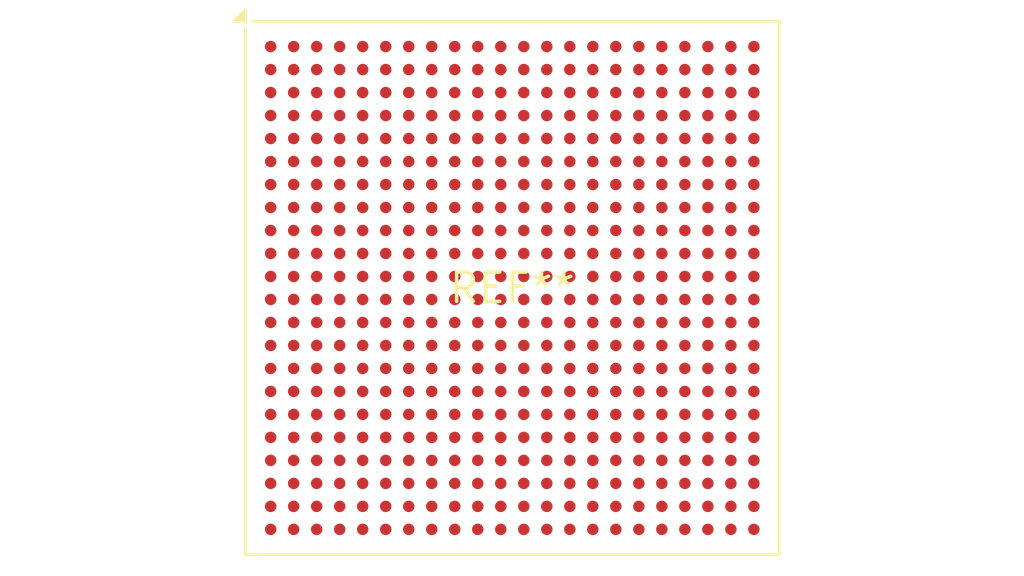
<source format=kicad_pcb>
(kicad_pcb (version 20240108) (generator pcbnew)
  (layers (0 "F.Cu" signal) (31 "B.Cu" signal) (34 "B.Paste" user) (35 "F.Paste" user) (36 "B.SilkS" user "B.Silkscreen") (37 "F.SilkS" user "F.Silkscreen") (38 "B.Mask" user) (39 "F.Mask" user) (44 "Edge.Cuts" user))
  (net 0 "")
  (footprint "BGA-484_23.0x23.0mm_Layout22x22_P1.0mm" (layer "F.Cu") (at 0 0)
    (property "Reference" "REF**")
    (property "Value" "BGA-484_23.0x23.0mm_Layout22x22_P1.0mm")
    (pad "A1" smd circle (at -10.5 -10.5) (size 0.5 0.5) (property pad_prop_bga) (layers "F.Cu" "F.Paste" "F.Mask"))
    (pad "A2" smd circle (at -9.5 -10.5) (size 0.5 0.5) (property pad_prop_bga) (layers "F.Cu" "F.Paste" "F.Mask"))
    (pad "A3" smd circle (at -8.5 -10.5) (size 0.5 0.5) (property pad_prop_bga) (layers "F.Cu" "F.Paste" "F.Mask"))
    (pad "A4" smd circle (at -7.5 -10.5) (size 0.5 0.5) (property pad_prop_bga) (layers "F.Cu" "F.Paste" "F.Mask"))
    (pad "A5" smd circle (at -6.5 -10.5) (size 0.5 0.5) (property pad_prop_bga) (layers "F.Cu" "F.Paste" "F.Mask"))
    (pad "A6" smd circle (at -5.5 -10.5) (size 0.5 0.5) (property pad_prop_bga) (layers "F.Cu" "F.Paste" "F.Mask"))
    (pad "A7" smd circle (at -4.5 -10.5) (size 0.5 0.5) (property pad_prop_bga) (layers "F.Cu" "F.Paste" "F.Mask"))
    (pad "A8" smd circle (at -3.5 -10.5) (size 0.5 0.5) (property pad_prop_bga) (layers "F.Cu" "F.Paste" "F.Mask"))
    (pad "A9" smd circle (at -2.5 -10.5) (size 0.5 0.5) (property pad_prop_bga) (layers "F.Cu" "F.Paste" "F.Mask"))
    (pad "A10" smd circle (at -1.5 -10.5) (size 0.5 0.5) (property pad_prop_bga) (layers "F.Cu" "F.Paste" "F.Mask"))
    (pad "A11" smd circle (at -0.5 -10.5) (size 0.5 0.5) (property pad_prop_bga) (layers "F.Cu" "F.Paste" "F.Mask"))
    (pad "A12" smd circle (at 0.5 -10.5) (size 0.5 0.5) (property pad_prop_bga) (layers "F.Cu" "F.Paste" "F.Mask"))
    (pad "A13" smd circle (at 1.5 -10.5) (size 0.5 0.5) (property pad_prop_bga) (layers "F.Cu" "F.Paste" "F.Mask"))
    (pad "A14" smd circle (at 2.5 -10.5) (size 0.5 0.5) (property pad_prop_bga) (layers "F.Cu" "F.Paste" "F.Mask"))
    (pad "A15" smd circle (at 3.5 -10.5) (size 0.5 0.5) (property pad_prop_bga) (layers "F.Cu" "F.Paste" "F.Mask"))
    (pad "A16" smd circle (at 4.5 -10.5) (size 0.5 0.5) (property pad_prop_bga) (layers "F.Cu" "F.Paste" "F.Mask"))
    (pad "A17" smd circle (at 5.5 -10.5) (size 0.5 0.5) (property pad_prop_bga) (layers "F.Cu" "F.Paste" "F.Mask"))
    (pad "A18" smd circle (at 6.5 -10.5) (size 0.5 0.5) (property pad_prop_bga) (layers "F.Cu" "F.Paste" "F.Mask"))
    (pad "A19" smd circle (at 7.5 -10.5) (size 0.5 0.5) (property pad_prop_bga) (layers "F.Cu" "F.Paste" "F.Mask"))
    (pad "A20" smd circle (at 8.5 -10.5) (size 0.5 0.5) (property pad_prop_bga) (layers "F.Cu" "F.Paste" "F.Mask"))
    (pad "A21" smd circle (at 9.5 -10.5) (size 0.5 0.5) (property pad_prop_bga) (layers "F.Cu" "F.Paste" "F.Mask"))
    (pad "A22" smd circle (at 10.5 -10.5) (size 0.5 0.5) (property pad_prop_bga) (layers "F.Cu" "F.Paste" "F.Mask"))
    (pad "AA1" smd circle (at -10.5 9.5) (size 0.5 0.5) (property pad_prop_bga) (layers "F.Cu" "F.Paste" "F.Mask"))
    (pad "AA2" smd circle (at -9.5 9.5) (size 0.5 0.5) (property pad_prop_bga) (layers "F.Cu" "F.Paste" "F.Mask"))
    (pad "AA3" smd circle (at -8.5 9.5) (size 0.5 0.5) (property pad_prop_bga) (layers "F.Cu" "F.Paste" "F.Mask"))
    (pad "AA4" smd circle (at -7.5 9.5) (size 0.5 0.5) (property pad_prop_bga) (layers "F.Cu" "F.Paste" "F.Mask"))
    (pad "AA5" smd circle (at -6.5 9.5) (size 0.5 0.5) (property pad_prop_bga) (layers "F.Cu" "F.Paste" "F.Mask"))
    (pad "AA6" smd circle (at -5.5 9.5) (size 0.5 0.5) (property pad_prop_bga) (layers "F.Cu" "F.Paste" "F.Mask"))
    (pad "AA7" smd circle (at -4.5 9.5) (size 0.5 0.5) (property pad_prop_bga) (layers "F.Cu" "F.Paste" "F.Mask"))
    (pad "AA8" smd circle (at -3.5 9.5) (size 0.5 0.5) (property pad_prop_bga) (layers "F.Cu" "F.Paste" "F.Mask"))
    (pad "AA9" smd circle (at -2.5 9.5) (size 0.5 0.5) (property pad_prop_bga) (layers "F.Cu" "F.Paste" "F.Mask"))
    (pad "AA10" smd circle (at -1.5 9.5) (size 0.5 0.5) (property pad_prop_bga) (layers "F.Cu" "F.Paste" "F.Mask"))
    (pad "AA11" smd circle (at -0.5 9.5) (size 0.5 0.5) (property pad_prop_bga) (layers "F.Cu" "F.Paste" "F.Mask"))
    (pad "AA12" smd circle (at 0.5 9.5) (size 0.5 0.5) (property pad_prop_bga) (layers "F.Cu" "F.Paste" "F.Mask"))
    (pad "AA13" smd circle (at 1.5 9.5) (size 0.5 0.5) (property pad_prop_bga) (layers "F.Cu" "F.Paste" "F.Mask"))
    (pad "AA14" smd circle (at 2.5 9.5) (size 0.5 0.5) (property pad_prop_bga) (layers "F.Cu" "F.Paste" "F.Mask"))
    (pad "AA15" smd circle (at 3.5 9.5) (size 0.5 0.5) (property pad_prop_bga) (layers "F.Cu" "F.Paste" "F.Mask"))
    (pad "AA16" smd circle (at 4.5 9.5) (size 0.5 0.5) (property pad_prop_bga) (layers "F.Cu" "F.Paste" "F.Mask"))
    (pad "AA17" smd circle (at 5.5 9.5) (size 0.5 0.5) (property pad_prop_bga) (layers "F.Cu" "F.Paste" "F.Mask"))
    (pad "AA18" smd circle (at 6.5 9.5) (size 0.5 0.5) (property pad_prop_bga) (layers "F.Cu" "F.Paste" "F.Mask"))
    (pad "AA19" smd circle (at 7.5 9.5) (size 0.5 0.5) (property pad_prop_bga) (layers "F.Cu" "F.Paste" "F.Mask"))
    (pad "AA20" smd circle (at 8.5 9.5) (size 0.5 0.5) (property pad_prop_bga) (layers "F.Cu" "F.Paste" "F.Mask"))
    (pad "AA21" smd circle (at 9.5 9.5) (size 0.5 0.5) (property pad_prop_bga) (layers "F.Cu" "F.Paste" "F.Mask"))
    (pad "AA22" smd circle (at 10.5 9.5) (size 0.5 0.5) (property pad_prop_bga) (layers "F.Cu" "F.Paste" "F.Mask"))
    (pad "AB1" smd circle (at -10.5 10.5) (size 0.5 0.5) (property pad_prop_bga) (layers "F.Cu" "F.Paste" "F.Mask"))
    (pad "AB2" smd circle (at -9.5 10.5) (size 0.5 0.5) (property pad_prop_bga) (layers "F.Cu" "F.Paste" "F.Mask"))
    (pad "AB3" smd circle (at -8.5 10.5) (size 0.5 0.5) (property pad_prop_bga) (layers "F.Cu" "F.Paste" "F.Mask"))
    (pad "AB4" smd circle (at -7.5 10.5) (size 0.5 0.5) (property pad_prop_bga) (layers "F.Cu" "F.Paste" "F.Mask"))
    (pad "AB5" smd circle (at -6.5 10.5) (size 0.5 0.5) (property pad_prop_bga) (layers "F.Cu" "F.Paste" "F.Mask"))
    (pad "AB6" smd circle (at -5.5 10.5) (size 0.5 0.5) (property pad_prop_bga) (layers "F.Cu" "F.Paste" "F.Mask"))
    (pad "AB7" smd circle (at -4.5 10.5) (size 0.5 0.5) (property pad_prop_bga) (layers "F.Cu" "F.Paste" "F.Mask"))
    (pad "AB8" smd circle (at -3.5 10.5) (size 0.5 0.5) (property pad_prop_bga) (layers "F.Cu" "F.Paste" "F.Mask"))
    (pad "AB9" smd circle (at -2.5 10.5) (size 0.5 0.5) (property pad_prop_bga) (layers "F.Cu" "F.Paste" "F.Mask"))
    (pad "AB10" smd circle (at -1.5 10.5) (size 0.5 0.5) (property pad_prop_bga) (layers "F.Cu" "F.Paste" "F.Mask"))
    (pad "AB11" smd circle (at -0.5 10.5) (size 0.5 0.5) (property pad_prop_bga) (layers "F.Cu" "F.Paste" "F.Mask"))
    (pad "AB12" smd circle (at 0.5 10.5) (size 0.5 0.5) (property pad_prop_bga) (layers "F.Cu" "F.Paste" "F.Mask"))
    (pad "AB13" smd circle (at 1.5 10.5) (size 0.5 0.5) (property pad_prop_bga) (layers "F.Cu" "F.Paste" "F.Mask"))
    (pad "AB14" smd circle (at 2.5 10.5) (size 0.5 0.5) (property pad_prop_bga) (layers "F.Cu" "F.Paste" "F.Mask"))
    (pad "AB15" smd circle (at 3.5 10.5) (size 0.5 0.5) (property pad_prop_bga) (layers "F.Cu" "F.Paste" "F.Mask"))
    (pad "AB16" smd circle (at 4.5 10.5) (size 0.5 0.5) (property pad_prop_bga) (layers "F.Cu" "F.Paste" "F.Mask"))
    (pad "AB17" smd circle (at 5.5 10.5) (size 0.5 0.5) (property pad_prop_bga) (layers "F.Cu" "F.Paste" "F.Mask"))
    (pad "AB18" smd circle (at 6.5 10.5) (size 0.5 0.5) (property pad_prop_bga) (layers "F.Cu" "F.Paste" "F.Mask"))
    (pad "AB19" smd circle (at 7.5 10.5) (size 0.5 0.5) (property pad_prop_bga) (layers "F.Cu" "F.Paste" "F.Mask"))
    (pad "AB20" smd circle (at 8.5 10.5) (size 0.5 0.5) (property pad_prop_bga) (layers "F.Cu" "F.Paste" "F.Mask"))
    (pad "AB21" smd circle (at 9.5 10.5) (size 0.5 0.5) (property pad_prop_bga) (layers "F.Cu" "F.Paste" "F.Mask"))
    (pad "AB22" smd circle (at 10.5 10.5) (size 0.5 0.5) (property pad_prop_bga) (layers "F.Cu" "F.Paste" "F.Mask"))
    (pad "B1" smd circle (at -10.5 -9.5) (size 0.5 0.5) (property pad_prop_bga) (layers "F.Cu" "F.Paste" "F.Mask"))
    (pad "B2" smd circle (at -9.5 -9.5) (size 0.5 0.5) (property pad_prop_bga) (layers "F.Cu" "F.Paste" "F.Mask"))
    (pad "B3" smd circle (at -8.5 -9.5) (size 0.5 0.5) (property pad_prop_bga) (layers "F.Cu" "F.Paste" "F.Mask"))
    (pad "B4" smd circle (at -7.5 -9.5) (size 0.5 0.5) (property pad_prop_bga) (layers "F.Cu" "F.Paste" "F.Mask"))
    (pad "B5" smd circle (at -6.5 -9.5) (size 0.5 0.5) (property pad_prop_bga) (layers "F.Cu" "F.Paste" "F.Mask"))
    (pad "B6" smd circle (at -5.5 -9.5) (size 0.5 0.5) (property pad_prop_bga) (layers "F.Cu" "F.Paste" "F.Mask"))
    (pad "B7" smd circle (at -4.5 -9.5) (size 0.5 0.5) (property pad_prop_bga) (layers "F.Cu" "F.Paste" "F.Mask"))
    (pad "B8" smd circle (at -3.5 -9.5) (size 0.5 0.5) (property pad_prop_bga) (layers "F.Cu" "F.Paste" "F.Mask"))
    (pad "B9" smd circle (at -2.5 -9.5) (size 0.5 0.5) (property pad_prop_bga) (layers "F.Cu" "F.Paste" "F.Mask"))
    (pad "B10" smd circle (at -1.5 -9.5) (size 0.5 0.5) (property pad_prop_bga) (layers "F.Cu" "F.Paste" "F.Mask"))
    (pad "B11" smd circle (at -0.5 -9.5) (size 0.5 0.5) (property pad_prop_bga) (layers "F.Cu" "F.Paste" "F.Mask"))
    (pad "B12" smd circle (at 0.5 -9.5) (size 0.5 0.5) (property pad_prop_bga) (layers "F.Cu" "F.Paste" "F.Mask"))
    (pad "B13" smd circle (at 1.5 -9.5) (size 0.5 0.5) (property pad_prop_bga) (layers "F.Cu" "F.Paste" "F.Mask"))
    (pad "B14" smd circle (at 2.5 -9.5) (size 0.5 0.5) (property pad_prop_bga) (layers "F.Cu" "F.Paste" "F.Mask"))
    (pad "B15" smd circle (at 3.5 -9.5) (size 0.5 0.5) (property pad_prop_bga) (layers "F.Cu" "F.Paste" "F.Mask"))
    (pad "B16" smd circle (at 4.5 -9.5) (size 0.5 0.5) (property pad_prop_bga) (layers "F.Cu" "F.Paste" "F.Mask"))
    (pad "B17" smd circle (at 5.5 -9.5) (size 0.5 0.5) (property pad_prop_bga) (layers "F.Cu" "F.Paste" "F.Mask"))
    (pad "B18" smd circle (at 6.5 -9.5) (size 0.5 0.5) (property pad_prop_bga) (layers "F.Cu" "F.Paste" "F.Mask"))
    (pad "B19" smd circle (at 7.5 -9.5) (size 0.5 0.5) (property pad_prop_bga) (layers "F.Cu" "F.Paste" "F.Mask"))
    (pad "B20" smd circle (at 8.5 -9.5) (size 0.5 0.5) (property pad_prop_bga) (layers "F.Cu" "F.Paste" "F.Mask"))
    (pad "B21" smd circle (at 9.5 -9.5) (size 0.5 0.5) (property pad_prop_bga) (layers "F.Cu" "F.Paste" "F.Mask"))
    (pad "B22" smd circle (at 10.5 -9.5) (size 0.5 0.5) (property pad_prop_bga) (layers "F.Cu" "F.Paste" "F.Mask"))
    (pad "C1" smd circle (at -10.5 -8.5) (size 0.5 0.5) (property pad_prop_bga) (layers "F.Cu" "F.Paste" "F.Mask"))
    (pad "C2" smd circle (at -9.5 -8.5) (size 0.5 0.5) (property pad_prop_bga) (layers "F.Cu" "F.Paste" "F.Mask"))
    (pad "C3" smd circle (at -8.5 -8.5) (size 0.5 0.5) (property pad_prop_bga) (layers "F.Cu" "F.Paste" "F.Mask"))
    (pad "C4" smd circle (at -7.5 -8.5) (size 0.5 0.5) (property pad_prop_bga) (layers "F.Cu" "F.Paste" "F.Mask"))
    (pad "C5" smd circle (at -6.5 -8.5) (size 0.5 0.5) (property pad_prop_bga) (layers "F.Cu" "F.Paste" "F.Mask"))
    (pad "C6" smd circle (at -5.5 -8.5) (size 0.5 0.5) (property pad_prop_bga) (layers "F.Cu" "F.Paste" "F.Mask"))
    (pad "C7" smd circle (at -4.5 -8.5) (size 0.5 0.5) (property pad_prop_bga) (layers "F.Cu" "F.Paste" "F.Mask"))
    (pad "C8" smd circle (at -3.5 -8.5) (size 0.5 0.5) (property pad_prop_bga) (layers "F.Cu" "F.Paste" "F.Mask"))
    (pad "C9" smd circle (at -2.5 -8.5) (size 0.5 0.5) (property pad_prop_bga) (layers "F.Cu" "F.Paste" "F.Mask"))
    (pad "C10" smd circle (at -1.5 -8.5) (size 0.5 0.5) (property pad_prop_bga) (layers "F.Cu" "F.Paste" "F.Mask"))
    (pad "C11" smd circle (at -0.5 -8.5) (size 0.5 0.5) (property pad_prop_bga) (layers "F.Cu" "F.Paste" "F.Mask"))
    (pad "C12" smd circle (at 0.5 -8.5) (size 0.5 0.5) (property pad_prop_bga) (layers "F.Cu" "F.Paste" "F.Mask"))
    (pad "C13" smd circle (at 1.5 -8.5) (size 0.5 0.5) (property pad_prop_bga) (layers "F.Cu" "F.Paste" "F.Mask"))
    (pad "C14" smd circle (at 2.5 -8.5) (size 0.5 0.5) (property pad_prop_bga) (layers "F.Cu" "F.Paste" "F.Mask"))
    (pad "C15" smd circle (at 3.5 -8.5) (size 0.5 0.5) (property pad_prop_bga) (layers "F.Cu" "F.Paste" "F.Mask"))
    (pad "C16" smd circle (at 4.5 -8.5) (size 0.5 0.5) (property pad_prop_bga) (layers "F.Cu" "F.Paste" "F.Mask"))
    (pad "C17" smd circle (at 5.5 -8.5) (size 0.5 0.5) (property pad_prop_bga) (layers "F.Cu" "F.Paste" "F.Mask"))
    (pad "C18" smd circle (at 6.5 -8.5) (size 0.5 0.5) (property pad_prop_bga) (layers "F.Cu" "F.Paste" "F.Mask"))
    (pad "C19" smd circle (at 7.5 -8.5) (size 0.5 0.5) (property pad_prop_bga) (layers "F.Cu" "F.Paste" "F.Mask"))
    (pad "C20" smd circle (at 8.5 -8.5) (size 0.5 0.5) (property pad_prop_bga) (layers "F.Cu" "F.Paste" "F.Mask"))
    (pad "C21" smd circle (at 9.5 -8.5) (size 0.5 0.5) (property pad_prop_bga) (layers "F.Cu" "F.Paste" "F.Mask"))
    (pad "C22" smd circle (at 10.5 -8.5) (size 0.5 0.5) (property pad_prop_bga) (layers "F.Cu" "F.Paste" "F.Mask"))
    (pad "D1" smd circle (at -10.5 -7.5) (size 0.5 0.5) (property pad_prop_bga) (layers "F.Cu" "F.Paste" "F.Mask"))
    (pad "D2" smd circle (at -9.5 -7.5) (size 0.5 0.5) (property pad_prop_bga) (layers "F.Cu" "F.Paste" "F.Mask"))
    (pad "D3" smd circle (at -8.5 -7.5) (size 0.5 0.5) (property pad_prop_bga) (layers "F.Cu" "F.Paste" "F.Mask"))
    (pad "D4" smd circle (at -7.5 -7.5) (size 0.5 0.5) (property pad_prop_bga) (layers "F.Cu" "F.Paste" "F.Mask"))
    (pad "D5" smd circle (at -6.5 -7.5) (size 0.5 0.5) (property pad_prop_bga) (layers "F.Cu" "F.Paste" "F.Mask"))
    (pad "D6" smd circle (at -5.5 -7.5) (size 0.5 0.5) (property pad_prop_bga) (layers "F.Cu" "F.Paste" "F.Mask"))
    (pad "D7" smd circle (at -4.5 -7.5) (size 0.5 0.5) (property pad_prop_bga) (layers "F.Cu" "F.Paste" "F.Mask"))
    (pad "D8" smd circle (at -3.5 -7.5) (size 0.5 0.5) (property pad_prop_bga) (layers "F.Cu" "F.Paste" "F.Mask"))
    (pad "D9" smd circle (at -2.5 -7.5) (size 0.5 0.5) (property pad_prop_bga) (layers "F.Cu" "F.Paste" "F.Mask"))
    (pad "D10" smd circle (at -1.5 -7.5) (size 0.5 0.5) (property pad_prop_bga) (layers "F.Cu" "F.Paste" "F.Mask"))
    (pad "D11" smd circle (at -0.5 -7.5) (size 0.5 0.5) (property pad_prop_bga) (layers "F.Cu" "F.Paste" "F.Mask"))
    (pad "D12" smd circle (at 0.5 -7.5) (size 0.5 0.5) (property pad_prop_bga) (layers "F.Cu" "F.Paste" "F.Mask"))
    (pad "D13" smd circle (at 1.5 -7.5) (size 0.5 0.5) (property pad_prop_bga) (layers "F.Cu" "F.Paste" "F.Mask"))
    (pad "D14" smd circle (at 2.5 -7.5) (size 0.5 0.5) (property pad_prop_bga) (layers "F.Cu" "F.Paste" "F.Mask"))
    (pad "D15" smd circle (at 3.5 -7.5) (size 0.5 0.5) (property pad_prop_bga) (layers "F.Cu" "F.Paste" "F.Mask"))
    (pad "D16" smd circle (at 4.5 -7.5) (size 0.5 0.5) (property pad_prop_bga) (layers "F.Cu" "F.Paste" "F.Mask"))
    (pad "D17" smd circle (at 5.5 -7.5) (size 0.5 0.5) (property pad_prop_bga) (layers "F.Cu" "F.Paste" "F.Mask"))
    (pad "D18" smd circle (at 6.5 -7.5) (size 0.5 0.5) (property pad_prop_bga) (layers "F.Cu" "F.Paste" "F.Mask"))
    (pad "D19" smd circle (at 7.5 -7.5) (size 0.5 0.5) (property pad_prop_bga) (layers "F.Cu" "F.Paste" "F.Mask"))
    (pad "D20" smd circle (at 8.5 -7.5) (size 0.5 0.5) (property pad_prop_bga) (layers "F.Cu" "F.Paste" "F.Mask"))
    (pad "D21" smd circle (at 9.5 -7.5) (size 0.5 0.5) (property pad_prop_bga) (layers "F.Cu" "F.Paste" "F.Mask"))
    (pad "D22" smd circle (at 10.5 -7.5) (size 0.5 0.5) (property pad_prop_bga) (layers "F.Cu" "F.Paste" "F.Mask"))
    (pad "E1" smd circle (at -10.5 -6.5) (size 0.5 0.5) (property pad_prop_bga) (layers "F.Cu" "F.Paste" "F.Mask"))
    (pad "E2" smd circle (at -9.5 -6.5) (size 0.5 0.5) (property pad_prop_bga) (layers "F.Cu" "F.Paste" "F.Mask"))
    (pad "E3" smd circle (at -8.5 -6.5) (size 0.5 0.5) (property pad_prop_bga) (layers "F.Cu" "F.Paste" "F.Mask"))
    (pad "E4" smd circle (at -7.5 -6.5) (size 0.5 0.5) (property pad_prop_bga) (layers "F.Cu" "F.Paste" "F.Mask"))
    (pad "E5" smd circle (at -6.5 -6.5) (size 0.5 0.5) (property pad_prop_bga) (layers "F.Cu" "F.Paste" "F.Mask"))
    (pad "E6" smd circle (at -5.5 -6.5) (size 0.5 0.5) (property pad_prop_bga) (layers "F.Cu" "F.Paste" "F.Mask"))
    (pad "E7" smd circle (at -4.5 -6.5) (size 0.5 0.5) (property pad_prop_bga) (layers "F.Cu" "F.Paste" "F.Mask"))
    (pad "E8" smd circle (at -3.5 -6.5) (size 0.5 0.5) (property pad_prop_bga) (layers "F.Cu" "F.Paste" "F.Mask"))
    (pad "E9" smd circle (at -2.5 -6.5) (size 0.5 0.5) (property pad_prop_bga) (layers "F.Cu" "F.Paste" "F.Mask"))
    (pad "E10" smd circle (at -1.5 -6.5) (size 0.5 0.5) (property pad_prop_bga) (layers "F.Cu" "F.Paste" "F.Mask"))
    (pad "E11" smd circle (at -0.5 -6.5) (size 0.5 0.5) (property pad_prop_bga) (layers "F.Cu" "F.Paste" "F.Mask"))
    (pad "E12" smd circle (at 0.5 -6.5) (size 0.5 0.5) (property pad_prop_bga) (layers "F.Cu" "F.Paste" "F.Mask"))
    (pad "E13" smd circle (at 1.5 -6.5) (size 0.5 0.5) (property pad_prop_bga) (layers "F.Cu" "F.Paste" "F.Mask"))
    (pad "E14" smd circle (at 2.5 -6.5) (size 0.5 0.5) (property pad_prop_bga) (layers "F.Cu" "F.Paste" "F.Mask"))
    (pad "E15" smd circle (at 3.5 -6.5) (size 0.5 0.5) (property pad_prop_bga) (layers "F.Cu" "F.Paste" "F.Mask"))
    (pad "E16" smd circle (at 4.5 -6.5) (size 0.5 0.5) (property pad_prop_bga) (layers "F.Cu" "F.Paste" "F.Mask"))
    (pad "E17" smd circle (at 5.5 -6.5) (size 0.5 0.5) (property pad_prop_bga) (layers "F.Cu" "F.Paste" "F.Mask"))
    (pad "E18" smd circle (at 6.5 -6.5) (size 0.5 0.5) (property pad_prop_bga) (layers "F.Cu" "F.Paste" "F.Mask"))
    (pad "E19" smd circle (at 7.5 -6.5) (size 0.5 0.5) (property pad_prop_bga) (layers "F.Cu" "F.Paste" "F.Mask"))
    (pad "E20" smd circle (at 8.5 -6.5) (size 0.5 0.5) (property pad_prop_bga) (layers "F.Cu" "F.Paste" "F.Mask"))
    (pad "E21" smd circle (at 9.5 -6.5) (size 0.5 0.5) (property pad_prop_bga) (layers "F.Cu" "F.Paste" "F.Mask"))
    (pad "E22" smd circle (at 10.5 -6.5) (size 0.5 0.5) (property pad_prop_bga) (layers "F.Cu" "F.Paste" "F.Mask"))
    (pad "F1" smd circle (at -10.5 -5.5) (size 0.5 0.5) (property pad_prop_bga) (layers "F.Cu" "F.Paste" "F.Mask"))
    (pad "F2" smd circle (at -9.5 -5.5) (size 0.5 0.5) (property pad_prop_bga) (layers "F.Cu" "F.Paste" "F.Mask"))
    (pad "F3" smd circle (at -8.5 -5.5) (size 0.5 0.5) (property pad_prop_bga) (layers "F.Cu" "F.Paste" "F.Mask"))
    (pad "F4" smd circle (at -7.5 -5.5) (size 0.5 0.5) (property pad_prop_bga) (layers "F.Cu" "F.Paste" "F.Mask"))
    (pad "F5" smd circle (at -6.5 -5.5) (size 0.5 0.5) (property pad_prop_bga) (layers "F.Cu" "F.Paste" "F.Mask"))
    (pad "F6" smd circle (at -5.5 -5.5) (size 0.5 0.5) (property pad_prop_bga) (layers "F.Cu" "F.Paste" "F.Mask"))
    (pad "F7" smd circle (at -4.5 -5.5) (size 0.5 0.5) (property pad_prop_bga) (layers "F.Cu" "F.Paste" "F.Mask"))
    (pad "F8" smd circle (at -3.5 -5.5) (size 0.5 0.5) (property pad_prop_bga) (layers "F.Cu" "F.Paste" "F.Mask"))
    (pad "F9" smd circle (at -2.5 -5.5) (size 0.5 0.5) (property pad_prop_bga) (layers "F.Cu" "F.Paste" "F.Mask"))
    (pad "F10" smd circle (at -1.5 -5.5) (size 0.5 0.5) (property pad_prop_bga) (layers "F.Cu" "F.Paste" "F.Mask"))
    (pad "F11" smd circle (at -0.5 -5.5) (size 0.5 0.5) (property pad_prop_bga) (layers "F.Cu" "F.Paste" "F.Mask"))
    (pad "F12" smd circle (at 0.5 -5.5) (size 0.5 0.5) (property pad_prop_bga) (layers "F.Cu" "F.Paste" "F.Mask"))
    (pad "F13" smd circle (at 1.5 -5.5) (size 0.5 0.5) (property pad_prop_bga) (layers "F.Cu" "F.Paste" "F.Mask"))
    (pad "F14" smd circle (at 2.5 -5.5) (size 0.5 0.5) (property pad_prop_bga) (layers "F.Cu" "F.Paste" "F.Mask"))
    (pad "F15" smd circle (at 3.5 -5.5) (size 0.5 0.5) (property pad_prop_bga) (layers "F.Cu" "F.Paste" "F.Mask"))
    (pad "F16" smd circle (at 4.5 -5.5) (size 0.5 0.5) (property pad_prop_bga) (layers "F.Cu" "F.Paste" "F.Mask"))
    (pad "F17" smd circle (at 5.5 -5.5) (size 0.5 0.5) (property pad_prop_bga) (layers "F.Cu" "F.Paste" "F.Mask"))
    (pad "F18" smd circle (at 6.5 -5.5) (size 0.5 0.5) (property pad_prop_bga) (layers "F.Cu" "F.Paste" "F.Mask"))
    (pad "F19" smd circle (at 7.5 -5.5) (size 0.5 0.5) (property pad_prop_bga) (layers "F.Cu" "F.Paste" "F.Mask"))
    (pad "F20" smd circle (at 8.5 -5.5) (size 0.5 0.5) (property pad_prop_bga) (layers "F.Cu" "F.Paste" "F.Mask"))
    (pad "F21" smd circle (at 9.5 -5.5) (size 0.5 0.5) (property pad_prop_bga) (layers "F.Cu" "F.Paste" "F.Mask"))
    (pad "F22" smd circle (at 10.5 -5.5) (size 0.5 0.5) (property pad_prop_bga) (layers "F.Cu" "F.Paste" "F.Mask"))
    (pad "G1" smd circle (at -10.5 -4.5) (size 0.5 0.5) (property pad_prop_bga) (layers "F.Cu" "F.Paste" "F.Mask"))
    (pad "G2" smd circle (at -9.5 -4.5) (size 0.5 0.5) (property pad_prop_bga) (layers "F.Cu" "F.Paste" "F.Mask"))
    (pad "G3" smd circle (at -8.5 -4.5) (size 0.5 0.5) (property pad_prop_bga) (layers "F.Cu" "F.Paste" "F.Mask"))
    (pad "G4" smd circle (at -7.5 -4.5) (size 0.5 0.5) (property pad_prop_bga) (layers "F.Cu" "F.Paste" "F.Mask"))
    (pad "G5" smd circle (at -6.5 -4.5) (size 0.5 0.5) (property pad_prop_bga) (layers "F.Cu" "F.Paste" "F.Mask"))
    (pad "G6" smd circle (at -5.5 -4.5) (size 0.5 0.5) (property pad_prop_bga) (layers "F.Cu" "F.Paste" "F.Mask"))
    (pad "G7" smd circle (at -4.5 -4.5) (size 0.5 0.5) (property pad_prop_bga) (layers "F.Cu" "F.Paste" "F.Mask"))
    (pad "G8" smd circle (at -3.5 -4.5) (size 0.5 0.5) (property pad_prop_bga) (layers "F.Cu" "F.Paste" "F.Mask"))
    (pad "G9" smd circle (at -2.5 -4.5) (size 0.5 0.5) (property pad_prop_bga) (layers "F.Cu" "F.Paste" "F.Mask"))
    (pad "G10" smd circle (at -1.5 -4.5) (size 0.5 0.5) (property pad_prop_bga) (layers "F.Cu" "F.Paste" "F.Mask"))
    (pad "G11" smd circle (at -0.5 -4.5) (size 0.5 0.5) (property pad_prop_bga) (layers "F.Cu" "F.Paste" "F.Mask"))
    (pad "G12" smd circle (at 0.5 -4.5) (size 0.5 0.5) (property pad_prop_bga) (layers "F.Cu" "F.Paste" "F.Mask"))
    (pad "G13" smd circle (at 1.5 -4.5) (size 0.5 0.5) (property pad_prop_bga) (layers "F.Cu" "F.Paste" "F.Mask"))
    (pad "G14" smd circle (at 2.5 -4.5) (size 0.5 0.5) (property pad_prop_bga) (layers "F.Cu" "F.Paste" "F.Mask"))
    (pad "G15" smd circle (at 3.5 -4.5) (size 0.5 0.5) (property pad_prop_bga) (layers "F.Cu" "F.Paste" "F.Mask"))
    (pad "G16" smd circle (at 4.5 -4.5) (size 0.5 0.5) (property pad_prop_bga) (layers "F.Cu" "F.Paste" "F.Mask"))
    (pad "G17" smd circle (at 5.5 -4.5) (size 0.5 0.5) (property pad_prop_bga) (layers "F.Cu" "F.Paste" "F.Mask"))
    (pad "G18" smd circle (at 6.5 -4.5) (size 0.5 0.5) (property pad_prop_bga) (layers "F.Cu" "F.Paste" "F.Mask"))
    (pad "G19" smd circle (at 7.5 -4.5) (size 0.5 0.5) (property pad_prop_bga) (layers "F.Cu" "F.Paste" "F.Mask"))
    (pad "G20" smd circle (at 8.5 -4.5) (size 0.5 0.5) (property pad_prop_bga) (layers "F.Cu" "F.Paste" "F.Mask"))
    (pad "G21" smd circle (at 9.5 -4.5) (size 0.5 0.5) (property pad_prop_bga) (layers "F.Cu" "F.Paste" "F.Mask"))
    (pad "G22" smd circle (at 10.5 -4.5) (size 0.5 0.5) (property pad_prop_bga) (layers "F.Cu" "F.Paste" "F.Mask"))
    (pad "H1" smd circle (at -10.5 -3.5) (size 0.5 0.5) (property pad_prop_bga) (layers "F.Cu" "F.Paste" "F.Mask"))
    (pad "H2" smd circle (at -9.5 -3.5) (size 0.5 0.5) (property pad_prop_bga) (layers "F.Cu" "F.Paste" "F.Mask"))
    (pad "H3" smd circle (at -8.5 -3.5) (size 0.5 0.5) (property pad_prop_bga) (layers "F.Cu" "F.Paste" "F.Mask"))
    (pad "H4" smd circle (at -7.5 -3.5) (size 0.5 0.5) (property pad_prop_bga) (layers "F.Cu" "F.Paste" "F.Mask"))
    (pad "H5" smd circle (at -6.5 -3.5) (size 0.5 0.5) (property pad_prop_bga) (layers "F.Cu" "F.Paste" "F.Mask"))
    (pad "H6" smd circle (at -5.5 -3.5) (size 0.5 0.5) (property pad_prop_bga) (layers "F.Cu" "F.Paste" "F.Mask"))
    (pad "H7" smd circle (at -4.5 -3.5) (size 0.5 0.5) (property pad_prop_bga) (layers "F.Cu" "F.Paste" "F.Mask"))
    (pad "H8" smd circle (at -3.5 -3.5) (size 0.5 0.5) (property pad_prop_bga) (layers "F.Cu" "F.Paste" "F.Mask"))
    (pad "H9" smd circle (at -2.5 -3.5) (size 0.5 0.5) (property pad_prop_bga) (layers "F.Cu" "F.Paste" "F.Mask"))
    (pad "H10" smd circle (at -1.5 -3.5) (size 0.5 0.5) (property pad_prop_bga) (layers "F.Cu" "F.Paste" "F.Mask"))
    (pad "H11" smd circle (at -0.5 -3.5) (size 0.5 0.5) (property pad_prop_bga) (layers "F.Cu" "F.Paste" "F.Mask"))
    (pad "H12" smd circle (at 0.5 -3.5) (size 0.5 0.5) (property pad_prop_bga) (layers "F.Cu" "F.Paste" "F.Mask"))
    (pad "H13" smd circle (at 1.5 -3.5) (size 0.5 0.5) (property pad_prop_bga) (layers "F.Cu" "F.Paste" "F.Mask"))
    (pad "H14" smd circle (at 2.5 -3.5) (size 0.5 0.5) (property pad_prop_bga) (layers "F.Cu" "F.Paste" "F.Mask"))
    (pad "H15" smd circle (at 3.5 -3.5) (size 0.5 0.5) (property pad_prop_bga) (layers "F.Cu" "F.Paste" "F.Mask"))
    (pad "H16" smd circle (at 4.5 -3.5) (size 0.5 0.5) (property pad_prop_bga) (layers "F.Cu" "F.Paste" "F.Mask"))
    (pad "H17" smd circle (at 5.5 -3.5) (size 0.5 0.5) (property pad_prop_bga) (layers "F.Cu" "F.Paste" "F.Mask"))
    (pad "H18" smd circle (at 6.5 -3.5) (size 0.5 0.5) (property pad_prop_bga) (layers "F.Cu" "F.Paste" "F.Mask"))
    (pad "H19" smd circle (at 7.5 -3.5) (size 0.5 0.5) (property pad_prop_bga) (layers "F.Cu" "F.Paste" "F.Mask"))
    (pad "H20" smd circle (at 8.5 -3.5) (size 0.5 0.5) (property pad_prop_bga) (layers "F.Cu" "F.Paste" "F.Mask"))
    (pad "H21" smd circle (at 9.5 -3.5) (size 0.5 0.5) (property pad_prop_bga) (layers "F.Cu" "F.Paste" "F.Mask"))
    (pad "H22" smd circle (at 10.5 -3.5) (size 0.5 0.5) (property pad_prop_bga) (layers "F.Cu" "F.Paste" "F.Mask"))
    (pad "J1" smd circle (at -10.5 -2.5) (size 0.5 0.5) (property pad_prop_bga) (layers "F.Cu" "F.Paste" "F.Mask"))
    (pad "J2" smd circle (at -9.5 -2.5) (size 0.5 0.5) (property pad_prop_bga) (layers "F.Cu" "F.Paste" "F.Mask"))
    (pad "J3" smd circle (at -8.5 -2.5) (size 0.5 0.5) (property pad_prop_bga) (layers "F.Cu" "F.Paste" "F.Mask"))
    (pad "J4" smd circle (at -7.5 -2.5) (size 0.5 0.5) (property pad_prop_bga) (layers "F.Cu" "F.Paste" "F.Mask"))
    (pad "J5" smd circle (at -6.5 -2.5) (size 0.5 0.5) (property pad_prop_bga) (layers "F.Cu" "F.Paste" "F.Mask"))
    (pad "J6" smd circle (at -5.5 -2.5) (size 0.5 0.5) (property pad_prop_bga) (layers "F.Cu" "F.Paste" "F.Mask"))
    (pad "J7" smd circle (at -4.5 -2.5) (size 0.5 0.5) (property pad_prop_bga) (layers "F.Cu" "F.Paste" "F.Mask"))
    (pad "J8" smd circle (at -3.5 -2.5) (size 0.5 0.5) (property pad_prop_bga) (layers "F.Cu" "F.Paste" "F.Mask"))
    (pad "J9" smd circle (at -2.5 -2.5) (size 0.5 0.5) (property pad_prop_bga) (layers "F.Cu" "F.Paste" "F.Mask"))
    (pad "J10" smd circle (at -1.5 -2.5) (size 0.5 0.5) (property pad_prop_bga) (layers "F.Cu" "F.Paste" "F.Mask"))
    (pad "J11" smd circle (at -0.5 -2.5) (size 0.5 0.5) (property pad_prop_bga) (layers "F.Cu" "F.Paste" "F.Mask"))
    (pad "J12" smd circle (at 0.5 -2.5) (size 0.5 0.5) (property pad_prop_bga) (layers "F.Cu" "F.Paste" "F.Mask"))
    (pad "J13" smd circle (at 1.5 -2.5) (size 0.5 0.5) (property pad_prop_bga) (layers "F.Cu" "F.Paste" "F.Mask"))
    (pad "J14" smd circle (at 2.5 -2.5) (size 0.5 0.5) (property pad_prop_bga) (layers "F.Cu" "F.Paste" "F.Mask"))
    (pad "J15" smd circle (at 3.5 -2.5) (size 0.5 0.5) (property pad_prop_bga) (layers "F.Cu" "F.Paste" "F.Mask"))
    (pad "J16" smd circle (at 4.5 -2.5) (size 0.5 0.5) (property pad_prop_bga) (layers "F.Cu" "F.Paste" "F.Mask"))
    (pad "J17" smd circle (at 5.5 -2.5) (size 0.5 0.5) (property pad_prop_bga) (layers "F.Cu" "F.Paste" "F.Mask"))
    (pad "J18" smd circle (at 6.5 -2.5) (size 0.5 0.5) (property pad_prop_bga) (layers "F.Cu" "F.Paste" "F.Mask"))
    (pad "J19" smd circle (at 7.5 -2.5) (size 0.5 0.5) (property pad_prop_bga) (layers "F.Cu" "F.Paste" "F.Mask"))
    (pad "J20" smd circle (at 8.5 -2.5) (size 0.5 0.5) (property pad_prop_bga) (layers "F.Cu" "F.Paste" "F.Mask"))
    (pad "J21" smd circle (at 9.5 -2.5) (size 0.5 0.5) (property pad_prop_bga) (layers "F.Cu" "F.Paste" "F.Mask"))
    (pad "J22" smd circle (at 10.5 -2.5) (size 0.5 0.5) (property pad_prop_bga) (layers "F.Cu" "F.Paste" "F.Mask"))
    (pad "K1" smd circle (at -10.5 -1.5) (size 0.5 0.5) (property pad_prop_bga) (layers "F.Cu" "F.Paste" "F.Mask"))
    (pad "K2" smd circle (at -9.5 -1.5) (size 0.5 0.5) (property pad_prop_bga) (layers "F.Cu" "F.Paste" "F.Mask"))
    (pad "K3" smd circle (at -8.5 -1.5) (size 0.5 0.5) (property pad_prop_bga) (layers "F.Cu" "F.Paste" "F.Mask"))
    (pad "K4" smd circle (at -7.5 -1.5) (size 0.5 0.5) (property pad_prop_bga) (layers "F.Cu" "F.Paste" "F.Mask"))
    (pad "K5" smd circle (at -6.5 -1.5) (size 0.5 0.5) (property pad_prop_bga) (layers "F.Cu" "F.Paste" "F.Mask"))
    (pad "K6" smd circle (at -5.5 -1.5) (size 0.5 0.5) (property pad_prop_bga) (layers "F.Cu" "F.Paste" "F.Mask"))
    (pad "K7" smd circle (at -4.5 -1.5) (size 0.5 0.5) (property pad_prop_bga) (layers "F.Cu" "F.Paste" "F.Mask"))
    (pad "K8" smd circle (at -3.5 -1.5) (size 0.5 0.5) (property pad_prop_bga) (layers "F.Cu" "F.Paste" "F.Mask"))
    (pad "K9" smd circle (at -2.5 -1.5) (size 0.5 0.5) (property pad_prop_bga) (layers "F.Cu" "F.Paste" "F.Mask"))
    (pad "K10" smd circle (at -1.5 -1.5) (size 0.5 0.5) (property pad_prop_bga) (layers "F.Cu" "F.Paste" "F.Mask"))
    (pad "K11" smd circle (at -0.5 -1.5) (size 0.5 0.5) (property pad_prop_bga) (layers "F.Cu" "F.Paste" "F.Mask"))
    (pad "K12" smd circle (at 0.5 -1.5) (size 0.5 0.5) (property pad_prop_bga) (layers "F.Cu" "F.Paste" "F.Mask"))
    (pad "K13" smd circle (at 1.5 -1.5) (size 0.5 0.5) (property pad_prop_bga) (layers "F.Cu" "F.Paste" "F.Mask"))
    (pad "K14" smd circle (at 2.5 -1.5) (size 0.5 0.5) (property pad_prop_bga) (layers "F.Cu" "F.Paste" "F.Mask"))
    (pad "K15" smd circle (at 3.5 -1.5) (size 0.5 0.5) (property pad_prop_bga) (layers "F.Cu" "F.Paste" "F.Mask"))
    (pad "K16" smd circle (at 4.5 -1.5) (size 0.5 0.5) (property pad_prop_bga) (layers "F.Cu" "F.Paste" "F.Mask"))
    (pad "K17" smd circle (at 5.5 -1.5) (size 0.5 0.5) (property pad_prop_bga) (layers "F.Cu" "F.Paste" "F.Mask"))
    (pad "K18" smd circle (at 6.5 -1.5) (size 0.5 0.5) (property pad_prop_bga) (layers "F.Cu" "F.Paste" "F.Mask"))
    (pad "K19" smd circle (at 7.5 -1.5) (size 0.5 0.5) (property pad_prop_bga) (layers "F.Cu" "F.Paste" "F.Mask"))
    (pad "K20" smd circle (at 8.5 -1.5) (size 0.5 0.5) (property pad_prop_bga) (layers "F.Cu" "F.Paste" "F.Mask"))
    (pad "K21" smd circle (at 9.5 -1.5) (size 0.5 0.5) (property pad_prop_bga) (layers "F.Cu" "F.Paste" "F.Mask"))
    (pad "K22" smd circle (at 10.5 -1.5) (size 0.5 0.5) (property pad_prop_bga) (layers "F.Cu" "F.Paste" "F.Mask"))
    (pad "L1" smd circle (at -10.5 -0.5) (size 0.5 0.5) (property pad_prop_bga) (layers "F.Cu" "F.Paste" "F.Mask"))
    (pad "L2" smd circle (at -9.5 -0.5) (size 0.5 0.5) (property pad_prop_bga) (layers "F.Cu" "F.Paste" "F.Mask"))
    (pad "L3" smd circle (at -8.5 -0.5) (size 0.5 0.5) (property pad_prop_bga) (layers "F.Cu" "F.Paste" "F.Mask"))
    (pad "L4" smd circle (at -7.5 -0.5) (size 0.5 0.5) (property pad_prop_bga) (layers "F.Cu" "F.Paste" "F.Mask"))
    (pad "L5" smd circle (at -6.5 -0.5) (size 0.5 0.5) (property pad_prop_bga) (layers "F.Cu" "F.Paste" "F.Mask"))
    (pad "L6" smd circle (at -5.5 -0.5) (size 0.5 0.5) (property pad_prop_bga) (layers "F.Cu" "F.Paste" "F.Mask"))
    (pad "L7" smd circle (at -4.5 -0.5) (size 0.5 0.5) (property pad_prop_bga) (layers "F.Cu" "F.Paste" "F.Mask"))
    (pad "L8" smd circle (at -3.5 -0.5) (size 0.5 0.5) (property pad_prop_bga) (layers "F.Cu" "F.Paste" "F.Mask"))
    (pad "L9" smd circle (at -2.5 -0.5) (size 0.5 0.5) (property pad_prop_bga) (layers "F.Cu" "F.Paste" "F.Mask"))
    (pad "L10" smd circle (at -1.5 -0.5) (size 0.5 0.5) (property pad_prop_bga) (layers "F.Cu" "F.Paste" "F.Mask"))
    (pad "L11" smd circle (at -0.5 -0.5) (size 0.5 0.5) (property pad_prop_bga) (layers "F.Cu" "F.Paste" "F.Mask"))
    (pad "L12" smd circle (at 0.5 -0.5) (size 0.5 0.5) (property pad_prop_bga) (layers "F.Cu" "F.Paste" "F.Mask"))
    (pad "L13" smd circle (at 1.5 -0.5) (size 0.5 0.5) (property pad_prop_bga) (layers "F.Cu" "F.Paste" "F.Mask"))
    (pad "L14" smd circle (at 2.5 -0.5) (size 0.5 0.5) (property pad_prop_bga) (layers "F.Cu" "F.Paste" "F.Mask"))
    (pad "L15" smd circle (at 3.5 -0.5) (size 0.5 0.5) (property pad_prop_bga) (layers "F.Cu" "F.Paste" "F.Mask"))
    (pad "L16" smd circle (at 4.5 -0.5) (size 0.5 0.5) (property pad_prop_bga) (layers "F.Cu" "F.Paste" "F.Mask"))
    (pad "L17" smd circle (at 5.5 -0.5) (size 0.5 0.5) (property pad_prop_bga) (layers "F.Cu" "F.Paste" "F.Mask"))
    (pad "L18" smd circle (at 6.5 -0.5) (size 0.5 0.5) (property pad_prop_bga) (layers "F.Cu" "F.Paste" "F.Mask"))
    (pad "L19" smd circle (at 7.5 -0.5) (size 0.5 0.5) (property pad_prop_bga) (layers "F.Cu" "F.Paste" "F.Mask"))
    (pad "L20" smd circle (at 8.5 -0.5) (size 0.5 0.5) (property pad_prop_bga) (layers "F.Cu" "F.Paste" "F.Mask"))
    (pad "L21" smd circle (at 9.5 -0.5) (size 0.5 0.5) (property pad_prop_bga) (layers "F.Cu" "F.Paste" "F.Mask"))
    (pad "L22" smd circle (at 10.5 -0.5) (size 0.5 0.5) (property pad_prop_bga) (layers "F.Cu" "F.Paste" "F.Mask"))
    (pad "M1" smd circle (at -10.5 0.5) (size 0.5 0.5) (property pad_prop_bga) (layers "F.Cu" "F.Paste" "F.Mask"))
    (pad "M2" smd circle (at -9.5 0.5) (size 0.5 0.5) (property pad_prop_bga) (layers "F.Cu" "F.Paste" "F.Mask"))
    (pad "M3" smd circle (at -8.5 0.5) (size 0.5 0.5) (property pad_prop_bga) (layers "F.Cu" "F.Paste" "F.Mask"))
    (pad "M4" smd circle (at -7.5 0.5) (size 0.5 0.5) (property pad_prop_bga) (layers "F.Cu" "F.Paste" "F.Mask"))
    (pad "M5" smd circle (at -6.5 0.5) (size 0.5 0.5) (property pad_prop_bga) (layers "F.Cu" "F.Paste" "F.Mask"))
    (pad "M6" smd circle (at -5.5 0.5) (size 0.5 0.5) (property pad_prop_bga) (layers "F.Cu" "F.Paste" "F.Mask"))
    (pad "M7" smd circle (at -4.5 0.5) (size 0.5 0.5) (property pad_prop_bga) (layers "F.Cu" "F.Paste" "F.Mask"))
    (pad "M8" smd circle (at -3.5 0.5) (size 0.5 0.5) (property pad_prop_bga) (layers "F.Cu" "F.Paste" "F.Mask"))
    (pad "M9" smd circle (at -2.5 0.5) (size 0.5 0.5) (property pad_prop_bga) (layers "F.Cu" "F.Paste" "F.Mask"))
    (pad "M10" smd circle (at -1.5 0.5) (size 0.5 0.5) (property pad_prop_bga) (layers "F.Cu" "F.Paste" "F.Mask"))
    (pad "M11" smd circle (at -0.5 0.5) (size 0.5 0.5) (property pad_prop_bga) (layers "F.Cu" "F.Paste" "F.Mask"))
    (pad "M12" smd circle (at 0.5 0.5) (size 0.5 0.5) (property pad_prop_bga) (layers "F.Cu" "F.Paste" "F.Mask"))
    (pad "M13" smd circle (at 1.5 0.5) (size 0.5 0.5) (property pad_prop_bga) (layers "F.Cu" "F.Paste" "F.Mask"))
    (pad "M14" smd circle (at 2.5 0.5) (size 0.5 0.5) (property pad_prop_bga) (layers "F.Cu" "F.Paste" "F.Mask"))
    (pad "M15" smd circle (at 3.5 0.5) (size 0.5 0.5) (property pad_prop_bga) (layers "F.Cu" "F.Paste" "F.Mask"))
    (pad "M16" smd circle (at 4.5 0.5) (size 0.5 0.5) (property pad_prop_bga) (layers "F.Cu" "F.Paste" "F.Mask"))
    (pad "M17" smd circle (at 5.5 0.5) (size 0.5 0.5) (property pad_prop_bga) (layers "F.Cu" "F.Paste" "F.Mask"))
    (pad "M18" smd circle (at 6.5 0.5) (size 0.5 0.5) (property pad_prop_bga) (layers "F.Cu" "F.Paste" "F.Mask"))
    (pad "M19" smd circle (at 7.5 0.5) (size 0.5 0.5) (property pad_prop_bga) (layers "F.Cu" "F.Paste" "F.Mask"))
    (pad "M20" smd circle (at 8.5 0.5) (size 0.5 0.5) (property pad_prop_bga) (layers "F.Cu" "F.Paste" "F.Mask"))
    (pad "M21" smd circle (at 9.5 0.5) (size 0.5 0.5) (property pad_prop_bga) (layers "F.Cu" "F.Paste" "F.Mask"))
    (pad "M22" smd circle (at 10.5 0.5) (size 0.5 0.5) (property pad_prop_bga) (layers "F.Cu" "F.Paste" "F.Mask"))
    (pad "N1" smd circle (at -10.5 1.5) (size 0.5 0.5) (property pad_prop_bga) (layers "F.Cu" "F.Paste" "F.Mask"))
    (pad "N2" smd circle (at -9.5 1.5) (size 0.5 0.5) (property pad_prop_bga) (layers "F.Cu" "F.Paste" "F.Mask"))
    (pad "N3" smd circle (at -8.5 1.5) (size 0.5 0.5) (property pad_prop_bga) (layers "F.Cu" "F.Paste" "F.Mask"))
    (pad "N4" smd circle (at -7.5 1.5) (size 0.5 0.5) (property pad_prop_bga) (layers "F.Cu" "F.Paste" "F.Mask"))
    (pad "N5" smd circle (at -6.5 1.5) (size 0.5 0.5) (property pad_prop_bga) (layers "F.Cu" "F.Paste" "F.Mask"))
    (pad "N6" smd circle (at -5.5 1.5) (size 0.5 0.5) (property pad_prop_bga) (layers "F.Cu" "F.Paste" "F.Mask"))
    (pad "N7" smd circle (at -4.5 1.5) (size 0.5 0.5) (property pad_prop_bga) (layers "F.Cu" "F.Paste" "F.Mask"))
    (pad "N8" smd circle (at -3.5 1.5) (size 0.5 0.5) (property pad_prop_bga) (layers "F.Cu" "F.Paste" "F.Mask"))
    (pad "N9" smd circle (at -2.5 1.5) (size 0.5 0.5) (property pad_prop_bga) (layers "F.Cu" "F.Paste" "F.Mask"))
    (pad "N10" smd circle (at -1.5 1.5) (size 0.5 0.5) (property pad_prop_bga) (layers "F.Cu" "F.Paste" "F.Mask"))
    (pad "N11" smd circle (at -0.5 1.5) (size 0.5 0.5) (property pad_prop_bga) (layers "F.Cu" "F.Paste" "F.Mask"))
    (pad "N12" smd circle (at 0.5 1.5) (size 0.5 0.5) (property pad_prop_bga) (layers "F.Cu" "F.Paste" "F.Mask"))
    (pad "N13" smd circle (at 1.5 1.5) (size 0.5 0.5) (property pad_prop_bga) (layers "F.Cu" "F.Paste" "F.Mask"))
    (pad "N14" smd circle (at 2.5 1.5) (size 0.5 0.5) (property pad_prop_bga) (layers "F.Cu" "F.Paste" "F.Mask"))
    (pad "N15" smd circle (at 3.5 1.5) (size 0.5 0.5) (property pad_prop_bga) (layers "F.Cu" "F.Paste" "F.Mask"))
    (pad "N16" smd circle (at 4.5 1.5) (size 0.5 0.5) (property pad_prop_bga) (layers "F.Cu" "F.Paste" "F.Mask"))
    (pad "N17" smd circle (at 5.5 1.5) (size 0.5 0.5) (property pad_prop_bga) (layers "F.Cu" "F.Paste" "F.Mask"))
    (pad "N18" smd circle (at 6.5 1.5) (size 0.5 0.5) (property pad_prop_bga) (layers "F.Cu" "F.Paste" "F.Mask"))
    (pad "N19" smd circle (at 7.5 1.5) (size 0.5 0.5) (property pad_prop_bga) (layers "F.Cu" "F.Paste" "F.Mask"))
    (pad "N20" smd circle (at 8.5 1.5) (size 0.5 0.5) (property pad_prop_bga) (layers "F.Cu" "F.Paste" "F.Mask"))
    (pad "N21" smd circle (at 9.5 1.5) (size 0.5 0.5) (property pad_prop_bga) (layers "F.Cu" "F.Paste" "F.Mask"))
    (pad "N22" smd circle (at 10.5 1.5) (size 0.5 0.5) (property pad_prop_bga) (layers "F.Cu" "F.Paste" "F.Mask"))
    (pad "P1" smd circle (at -10.5 2.5) (size 0.5 0.5) (property pad_prop_bga) (layers "F.Cu" "F.Paste" "F.Mask"))
    (pad "P2" smd circle (at -9.5 2.5) (size 0.5 0.5) (property pad_prop_bga) (layers "F.Cu" "F.Paste" "F.Mask"))
    (pad "P3" smd circle (at -8.5 2.5) (size 0.5 0.5) (property pad_prop_bga) (layers "F.Cu" "F.Paste" "F.Mask"))
    (pad "P4" smd circle (at -7.5 2.5) (size 0.5 0.5) (property pad_prop_bga) (layers "F.Cu" "F.Paste" "F.Mask"))
    (pad "P5" smd circle (at -6.5 2.5) (size 0.5 0.5) (property pad_prop_bga) (layers "F.Cu" "F.Paste" "F.Mask"))
    (pad "P6" smd circle (at -5.5 2.5) (size 0.5 0.5) (property pad_prop_bga) (layers "F.Cu" "F.Paste" "F.Mask"))
    (pad "P7" smd circle (at -4.5 2.5) (size 0.5 0.5) (property pad_prop_bga) (layers "F.Cu" "F.Paste" "F.Mask"))
    (pad "P8" smd circle (at -3.5 2.5) (size 0.5 0.5) (property pad_prop_bga) (layers "F.Cu" "F.Paste" "F.Mask"))
    (pad "P9" smd circle (at -2.5 2.5) (size 0.5 0.5) (property pad_prop_bga) (layers "F.Cu" "F.Paste" "F.Mask"))
    (pad "P10" smd circle (at -1.5 2.5) (size 0.5 0.5) (property pad_prop_bga) (layers "F.Cu" "F.Paste" "F.Mask"))
    (pad "P11" smd circle (at -0.5 2.5) (size 0.5 0.5) (property pad_prop_bga) (layers "F.Cu" "F.Paste" "F.Mask"))
    (pad "P12" smd circle (at 0.5 2.5) (size 0.5 0.5) (property pad_prop_bga) (layers "F.Cu" "F.Paste" "F.Mask"))
    (pad "P13" smd circle (at 1.5 2.5) (size 0.5 0.5) (property pad_prop_bga) (layers "F.Cu" "F.Paste" "F.Mask"))
    (pad "P14" smd circle (at 2.5 2.5) (size 0.5 0.5) (property pad_prop_bga) (layers "F.Cu" "F.Paste" "F.Mask"))
    (pad "P15" smd circle (at 3.5 2.5) (size 0.5 0.5) (property pad_prop_bga) (layers "F.Cu" "F.Paste" "F.Mask"))
    (pad "P16" smd circle (at 4.5 2.5) (size 0.5 0.5) (property pad_prop_bga) (layers "F.Cu" "F.Paste" "F.Mask"))
    (pad "P17" smd circle (at 5.5 2.5) (size 0.5 0.5) (property pad_prop_bga) (layers "F.Cu" "F.Paste" "F.Mask"))
    (pad "P18" smd circle (at 6.5 2.5) (size 0.5 0.5) (property pad_prop_bga) (layers "F.Cu" "F.Paste" "F.Mask"))
    (pad "P19" smd circle (at 7.5 2.5) (size 0.5 0.5) (property pad_prop_bga) (layers "F.Cu" "F.Paste" "F.Mask"))
    (pad "P20" smd circle (at 8.5 2.5) (size 0.5 0.5) (property pad_prop_bga) (layers "F.Cu" "F.Paste" "F.Mask"))
    (pad "P21" smd circle (at 9.5 2.5) (size 0.5 0.5) (property pad_prop_bga) (layers "F.Cu" "F.Paste" "F.Mask"))
    (pad "P22" smd circle (at 10.5 2.5) (size 0.5 0.5) (property pad_prop_bga) (layers "F.Cu" "F.Paste" "F.Mask"))
    (pad "R1" smd circle (at -10.5 3.5) (size 0.5 0.5) (property pad_prop_bga) (layers "F.Cu" "F.Paste" "F.Mask"))
    (pad "R2" smd circle (at -9.5 3.5) (size 0.5 0.5) (property pad_prop_bga) (layers "F.Cu" "F.Paste" "F.Mask"))
    (pad "R3" smd circle (at -8.5 3.5) (size 0.5 0.5) (property pad_prop_bga) (layers "F.Cu" "F.Paste" "F.Mask"))
    (pad "R4" smd circle (at -7.5 3.5) (size 0.5 0.5) (property pad_prop_bga) (layers "F.Cu" "F.Paste" "F.Mask"))
    (pad "R5" smd circle (at -6.5 3.5) (size 0.5 0.5) (property pad_prop_bga) (layers "F.Cu" "F.Paste" "F.Mask"))
    (pad "R6" smd circle (at -5.5 3.5) (size 0.5 0.5) (property pad_prop_bga) (layers "F.Cu" "F.Paste" "F.Mask"))
    (pad "R7" smd circle (at -4.5 3.5) (size 0.5 0.5) (property pad_prop_bga) (layers "F.Cu" "F.Paste" "F.Mask"))
    (pad "R8" smd circle (at -3.5 3.5) (size 0.5 0.5) (property pad_prop_bga) (layers "F.Cu" "F.Paste" "F.Mask"))
    (pad "R9" smd circle (at -2.5 3.5) (size 0.5 0.5) (property pad_prop_bga) (layers "F.Cu" "F.Paste" "F.Mask"))
    (pad "R10" smd circle (at -1.5 3.5) (size 0.5 0.5) (property pad_prop_bga) (layers "F.Cu" "F.Paste" "F.Mask"))
    (pad "R11" smd circle (at -0.5 3.5) (size 0.5 0.5) (property pad_prop_bga) (layers "F.Cu" "F.Paste" "F.Mask"))
    (pad "R12" smd circle (at 0.5 3.5) (size 0.5 0.5) (property pad_prop_bga) (layers "F.Cu" "F.Paste" "F.Mask"))
    (pad "R13" smd circle (at 1.5 3.5) (size 0.5 0.5) (property pad_prop_bga) (layers "F.Cu" "F.Paste" "F.Mask"))
    (pad "R14" smd circle (at 2.5 3.5) (size 0.5 0.5) (property pad_prop_bga) (layers "F.Cu" "F.Paste" "F.Mask"))
    (pad "R15" smd circle (at 3.5 3.5) (size 0.5 0.5) (property pad_prop_bga) (layers "F.Cu" "F.Paste" "F.Mask"))
    (pad "R16" smd circle (at 4.5 3.5) (size 0.5 0.5) (property pad_prop_bga) (layers "F.Cu" "F.Paste" "F.Mask"))
    (pad "R17" smd circle (at 5.5 3.5) (size 0.5 0.5) (property pad_prop_bga) (layers "F.Cu" "F.Paste" "F.Mask"))
    (pad "R18" smd circle (at 6.5 3.5) (size 0.5 0.5) (property pad_prop_bga) (layers "F.Cu" "F.Paste" "F.Mask"))
    (pad "R19" smd circle (at 7.5 3.5) (size 0.5 0.5) (property pad_prop_bga) (layers "F.Cu" "F.Paste" "F.Mask"))
    (pad "R20" smd circle (at 8.5 3.5) (size 0.5 0.5) (property pad_prop_bga) (layers "F.Cu" "F.Paste" "F.Mask"))
    (pad "R21" smd circle (at 9.5 3.5) (size 0.5 0.5) (property pad_prop_bga) (layers "F.Cu" "F.Paste" "F.Mask"))
    (pad "R22" smd circle (at 10.5 3.5) (size 0.5 0.5) (property pad_prop_bga) (layers "F.Cu" "F.Paste" "F.Mask"))
    (pad "T1" smd circle (at -10.5 4.5) (size 0.5 0.5) (property pad_prop_bga) (layers "F.Cu" "F.Paste" "F.Mask"))
    (pad "T2" smd circle (at -9.5 4.5) (size 0.5 0.5) (property pad_prop_bga) (layers "F.Cu" "F.Paste" "F.Mask"))
    (pad "T3" smd circle (at -8.5 4.5) (size 0.5 0.5) (property pad_prop_bga) (layers "F.Cu" "F.Paste" "F.Mask"))
    (pad "T4" smd circle (at -7.5 4.5) (size 0.5 0.5) (property pad_prop_bga) (layers "F.Cu" "F.Paste" "F.Mask"))
    (pad "T5" smd circle (at -6.5 4.5) (size 0.5 0.5) (property pad_prop_bga) (layers "F.Cu" "F.Paste" "F.Mask"))
    (pad "T6" smd circle (at -5.5 4.5) (size 0.5 0.5) (property pad_prop_bga) (layers "F.Cu" "F.Paste" "F.Mask"))
    (pad "T7" smd circle (at -4.5 4.5) (size 0.5 0.5) (property pad_prop_bga) (layers "F.Cu" "F.Paste" "F.Mask"))
    (pad "T8" smd circle (at -3.5 4.5) (size 0.5 0.5) (property pad_prop_bga) (layers "F.Cu" "F.Paste" "F.Mask"))
    (pad "T9" smd circle (at -2.5 4.5) (size 0.5 0.5) (property pad_prop_bga) (layers "F.Cu" "F.Paste" "F.Mask"))
    (pad "T10" smd circle (at -1.5 4.5) (size 0.5 0.5) (property pad_prop_bga) (layers "F.Cu" "F.Paste" "F.Mask"))
    (pad "T11" smd circle (at -0.5 4.5) (size 0.5 0.5) (property pad_prop_bga) (layers "F.Cu" "F.Paste" "F.Mask"))
    (pad "T12" smd circle (at 0.5 4.5) (size 0.5 0.5) (property pad_prop_bga) (layers "F.Cu" "F.Paste" "F.Mask"))
    (pad "T13" smd circle (at 1.5 4.5) (size 0.5 0.5) (property pad_prop_bga) (layers "F.Cu" "F.Paste" "F.Mask"))
    (pad "T14" smd circle (at 2.5 4.5) (size 0.5 0.5) (property pad_prop_bga) (layers "F.Cu" "F.Paste" "F.Mask"))
    (pad "T15" smd circle (at 3.5 4.5) (size 0.5 0.5) (property pad_prop_bga) (layers "F.Cu" "F.Paste" "F.Mask"))
    (pad "T16" smd circle (at 4.5 4.5) (size 0.5 0.5) (property pad_prop_bga) (layers "F.Cu" "F.Paste" "F.Mask"))
    (pad "T17" smd circle (at 5.5 4.5) (size 0.5 0.5) (property pad_prop_bga) (layers "F.Cu" "F.Paste" "F.Mask"))
    (pad "T18" smd circle (at 6.5 4.5) (size 0.5 0.5) (property pad_prop_bga) (layers "F.Cu" "F.Paste" "F.Mask"))
    (pad "T19" smd circle (at 7.5 4.5) (size 0.5 0.5) (property pad_prop_bga) (layers "F.Cu" "F.Paste" "F.Mask"))
    (pad "T20" smd circle (at 8.5 4.5) (size 0.5 0.5) (property pad_prop_bga) (layers "F.Cu" "F.Paste" "F.Mask"))
    (pad "T21" smd circle (at 9.5 4.5) (size 0.5 0.5) (property pad_prop_bga) (layers "F.Cu" "F.Paste" "F.Mask"))
    (pad "T22" smd circle (at 10.5 4.5) (size 0.5 0.5) (property pad_prop_bga) (layers "F.Cu" "F.Paste" "F.Mask"))
    (pad "U1" smd circle (at -10.5 5.5) (size 0.5 0.5) (property pad_prop_bga) (layers "F.Cu" "F.Paste" "F.Mask"))
    (pad "U2" smd circle (at -9.5 5.5) (size 0.5 0.5) (property pad_prop_bga) (layers "F.Cu" "F.Paste" "F.Mask"))
    (pad "U3" smd circle (at -8.5 5.5) (size 0.5 0.5) (property pad_prop_bga) (layers "F.Cu" "F.Paste" "F.Mask"))
    (pad "U4" smd circle (at -7.5 5.5) (size 0.5 0.5) (property pad_prop_bga) (layers "F.Cu" "F.Paste" "F.Mask"))
    (pad "U5" smd circle (at -6.5 5.5) (size 0.5 0.5) (property pad_prop_bga) (layers "F.Cu" "F.Paste" "F.Mask"))
    (pad "U6" smd circle (at -5.5 5.5) (size 0.5 0.5) (property pad_prop_bga) (layers "F.Cu" "F.Paste" "F.Mask"))
    (pad "U7" smd circle (at -4.5 5.5) (size 0.5 0.5) (property pad_prop_bga) (layers "F.Cu" "F.Paste" "F.Mask"))
    (pad "U8" smd circle (at -3.5 5.5) (size 0.5 0.5) (property pad_prop_bga) (layers "F.Cu" "F.Paste" "F.Mask"))
    (pad "U9" smd circle (at -2.5 5.5) (size 0.5 0.5) (property pad_prop_bga) (layers "F.Cu" "F.Paste" "F.Mask"))
    (pad "U10" smd circle (at -1.5 5.5) (size 0.5 0.5) (property pad_prop_bga) (layers "F.Cu" "F.Paste" "F.Mask"))
    (pad "U11" smd circle (at -0.5 5.5) (size 0.5 0.5) (property pad_prop_bga) (layers "F.Cu" "F.Paste" "F.Mask"))
    (pad "U12" smd circle (at 0.5 5.5) (size 0.5 0.5) (property pad_prop_bga) (layers "F.Cu" "F.Paste" "F.Mask"))
    (pad "U13" smd circle (at 1.5 5.5) (size 0.5 0.5) (property pad_prop_bga) (layers "F.Cu" "F.Paste" "F.Mask"))
    (pad "U14" smd circle (at 2.5 5.5) (size 0.5 0.5) (property pad_prop_bga) (layers "F.Cu" "F.Paste" "F.Mask"))
    (pad "U15" smd circle (at 3.5 5.5) (size 0.5 0.5) (property pad_prop_bga) (layers "F.Cu" "F.Paste" "F.Mask"))
    (pad "U16" smd circle (at 4.5 5.5) (size 0.5 0.5) (property pad_prop_bga) (layers "F.Cu" "F.Paste" "F.Mask"))
    (pad "U17" smd circle (at 5.5 5.5) (size 0.5 0.5) (property pad_prop_bga) (layers "F.Cu" "F.Paste" "F.Mask"))
    (pad "U18" smd circle (at 6.5 5.5) (size 0.5 0.5) (property pad_prop_bga) (layers "F.Cu" "F.Paste" "F.Mask"))
    (pad "U19" smd circle (at 7.5 5.5) (size 0.5 0.5) (property pad_prop_bga) (layers "F.Cu" "F.Paste" "F.Mask"))
    (pad "U20" smd circle (at 8.5 5.5) (size 0.5 0.5) (property pad_prop_bga) (layers "F.Cu" "F.Paste" "F.Mask"))
    (pad "U21" smd circle (at 9.5 5.5) (size 0.5 0.5) (property pad_prop_bga) (layers "F.Cu" "F.Paste" "F.Mask"))
    (pad "U22" smd circle (at 10.5 5.5) (size 0.5 0.5) (property pad_prop_bga) (layers "F.Cu" "F.Paste" "F.Mask"))
    (pad "V1" smd circle (at -10.5 6.5) (size 0.5 0.5) (property pad_prop_bga) (layers "F.Cu" "F.Paste" "F.Mask"))
    (pad "V2" smd circle (at -9.5 6.5) (size 0.5 0.5) (property pad_prop_bga) (layers "F.Cu" "F.Paste" "F.Mask"))
    (pad "V3" smd circle (at -8.5 6.5) (size 0.5 0.5) (property pad_prop_bga) (layers "F.Cu" "F.Paste" "F.Mask"))
    (pad "V4" smd circle (at -7.5 6.5) (size 0.5 0.5) (property pad_prop_bga) (layers "F.Cu" "F.Paste" "F.Mask"))
    (pad "V5" smd circle (at -6.5 6.5) (size 0.5 0.5) (property pad_prop_bga) (layers "F.Cu" "F.Paste" "F.Mask"))
    (pad "V6" smd circle (at -5.5 6.5) (size 0.5 0.5) (property pad_prop_bga) (layers "F.Cu" "F.Paste" "F.Mask"))
    (pad "V7" smd circle (at -4.5 6.5) (size 0.5 0.5) (property pad_prop_bga) (layers "F.Cu" "F.Paste" "F.Mask"))
    (pad "V8" smd circle (at -3.5 6.5) (size 0.5 0.5) (property pad_prop_bga) (layers "F.Cu" "F.Paste" "F.Mask"))
    (pad "V9" smd circle (at -2.5 6.5) (size 0.5 0.5) (property pad_prop_bga) (layers "F.Cu" "F.Paste" "F.Mask"))
    (pad "V10" smd circle (at -1.5 6.5) (size 0.5 0.5) (property pad_prop_bga) (layers "F.Cu" "F.Paste" "F.Mask"))
    (pad "V11" smd circle (at -0.5 6.5) (size 0.5 0.5) (property pad_prop_bga) (layers "F.Cu" "F.Paste" "F.Mask"))
    (pad "V12" smd circle (at 0.5 6.5) (size 0.5 0.5) (property pad_prop_bga) (layers "F.Cu" "F.Paste" "F.Mask"))
    (pad "V13" smd circle (at 1.5 6.5) (size 0.5 0.5) (property pad_prop_bga) (layers "F.Cu" "F.Paste" "F.Mask"))
    (pad "V14" smd circle (at 2.5 6.5) (size 0.5 0.5) (property pad_prop_bga) (layers "F.Cu" "F.Paste" "F.Mask"))
    (pad "V15" smd circle (at 3.5 6.5) (size 0.5 0.5) (property pad_prop_bga) (layers "F.Cu" "F.Paste" "F.Mask"))
    (pad "V16" smd circle (at 4.5 6.5) (size 0.5 0.5) (property pad_prop_bga) (layers "F.Cu" "F.Paste" "F.Mask"))
    (pad "V17" smd circle (at 5.5 6.5) (size 0.5 0.5) (property pad_prop_bga) (layers "F.Cu" "F.Paste" "F.Mask"))
    (pad "V18" smd circle (at 6.5 6.5) (size 0.5 0.5) (property pad_prop_bga) (layers "F.Cu" "F.Paste" "F.Mask"))
    (pad "V19" smd circle (at 7.5 6.5) (size 0.5 0.5) (property pad_prop_bga) (layers "F.Cu" "F.Paste" "F.Mask"))
    (pad "V20" smd circle (at 8.5 6.5) (size 0.5 0.5) (property pad_prop_bga) (layers "F.Cu" "F.Paste" "F.Mask"))
    (pad "V21" smd circle (at 9.5 6.5) (size 0.5 0.5) (property pad_prop_bga) (layers "F.Cu" "F.Paste" "F.Mask"))
    (pad "V22" smd circle (at 10.5 6.5) (size 0.5 0.5) (property pad_prop_bga) (layers "F.Cu" "F.Paste" "F.Mask"))
    (pad "W1" smd circle (at -10.5 7.5) (size 0.5 0.5) (property pad_prop_bga) (layers "F.Cu" "F.Paste" "F.Mask"))
    (pad "W2" smd circle (at -9.5 7.5) (size 0.5 0.5) (property pad_prop_bga) (layers "F.Cu" "F.Paste" "F.Mask"))
    (pad "W3" smd circle (at -8.5 7.5) (size 0.5 0.5) (property pad_prop_bga) (layers "F.Cu" "F.Paste" "F.Mask"))
    (pad "W4" smd circle (at -7.5 7.5) (size 0.5 0.5) (property pad_prop_bga) (layers "F.Cu" "F.Paste" "F.Mask"))
    (pad "W5" smd circle (at -6.5 7.5) (size 0.5 0.5) (property pad_prop_bga) (layers "F.Cu" "F.Paste" "F.Mask"))
    (pad "W6" smd circle (at -5.5 7.5) (size 0.5 0.5) (property pad_prop_bga) (layers "F.Cu" "F.Paste" "F.Mask"))
    (pad "W7" smd circle (at -4.5 7.5) (size 0.5 0.5) (property pad_prop_bga) (layers "F.Cu" "F.Paste" "F.Mask"))
    (pad "W8" smd circle (at -3.5 7.5) (size 0.5 0.5) (property pad_prop_bga) (layers "F.Cu" "F.Paste" "F.Mask"))
    (pad "W9" smd circle (at -2.5 7.5) (size 0.5 0.5) (property pad_prop_bga) (layers "F.Cu" "F.Paste" "F.Mask"))
    (pad "W10" smd circle (at -1.5 7.5) (size 0.5 0.5) (property pad_prop_bga) (layers "F.Cu" "F.Paste" "F.Mask"))
    (pad "W11" smd circle (at -0.5 7.5) (size 0.5 0.5) (property pad_prop_bga) (layers "F.Cu" "F.Paste" "F.Mask"))
    (pad "W12" smd circle (at 0.5 7.5) (size 0.5 0.5) (property pad_prop_bga) (layers "F.Cu" "F.Paste" "F.Mask"))
    (pad "W13" smd circle (at 1.5 7.5) (size 0.5 0.5) (property pad_prop_bga) (layers "F.Cu" "F.Paste" "F.Mask"))
    (pad "W14" smd circle (at 2.5 7.5) (size 0.5 0.5) (property pad_prop_bga) (layers "F.Cu" "F.Paste" "F.Mask"))
    (pad "W15" smd circle (at 3.5 7.5) (size 0.5 0.5) (property pad_prop_bga) (layers "F.Cu" "F.Paste" "F.Mask"))
    (pad "W16" smd circle (at 4.5 7.5) (size 0.5 0.5) (property pad_prop_bga) (layers "F.Cu" "F.Paste" "F.Mask"))
    (pad "W17" smd circle (at 5.5 7.5) (size 0.5 0.5) (property pad_prop_bga) (layers "F.Cu" "F.Paste" "F.Mask"))
    (pad "W18" smd circle (at 6.5 7.5) (size 0.5 0.5) (property pad_prop_bga) (layers "F.Cu" "F.Paste" "F.Mask"))
    (pad "W19" smd circle (at 7.5 7.5) (size 0.5 0.5) (property pad_prop_bga) (layers "F.Cu" "F.Paste" "F.Mask"))
    (pad "W20" smd circle (at 8.5 7.5) (size 0.5 0.5) (property pad_prop_bga) (layers "F.Cu" "F.Paste" "F.Mask"))
    (pad "W21" smd circle (at 9.5 7.5) (size 0.5 0.5) (property pad_prop_bga) (layers "F.Cu" "F.Paste" "F.Mask"))
    (pad "W22" smd circle (at 10.5 7.5) (size 0.5 0.5) (property pad_prop_bga) (layers "F.Cu" "F.Paste" "F.Mask"))
    (pad "Y1" smd circle (at -10.5 8.5) (size 0.5 0.5) (property pad_prop_bga) (layers "F.Cu" "F.Paste" "F.Mask"))
    (pad "Y2" smd circle (at -9.5 8.5) (size 0.5 0.5) (property pad_prop_bga) (layers "F.Cu" "F.Paste" "F.Mask"))
    (pad "Y3" smd circle (at -8.5 8.5) (size 0.5 0.5) (property pad_prop_bga) (layers "F.Cu" "F.Paste" "F.Mask"))
    (pad "Y4" smd circle (at -7.5 8.5) (size 0.5 0.5) (property pad_prop_bga) (layers "F.Cu" "F.Paste" "F.Mask"))
    (pad "Y5" smd circle (at -6.5 8.5) (size 0.5 0.5) (property pad_prop_bga) (layers "F.Cu" "F.Paste" "F.Mask"))
    (pad "Y6" smd circle (at -5.5 8.5) (size 0.5 0.5) (property pad_prop_bga) (layers "F.Cu" "F.Paste" "F.Mask"))
    (pad "Y7" smd circle (at -4.5 8.5) (size 0.5 0.5) (property pad_prop_bga) (layers "F.Cu" "F.Paste" "F.Mask"))
    (pad "Y8" smd circle (at -3.5 8.5) (size 0.5 0.5) (property pad_prop_bga) (layers "F.Cu" "F.Paste" "F.Mask"))
    (pad "Y9" smd circle (at -2.5 8.5) (size 0.5 0.5) (property pad_prop_bga) (layers "F.Cu" "F.Paste" "F.Mask"))
    (pad "Y10" smd circle (at -1.5 8.5) (size 0.5 0.5) (property pad_prop_bga) (layers "F.Cu" "F.Paste" "F.Mask"))
    (pad "Y11" smd circle (at -0.5 8.5) (size 0.5 0.5) (property pad_prop_bga) (layers "F.Cu" "F.Paste" "F.Mask"))
    (pad "Y12" smd circle (at 0.5 8.5) (size 0.5 0.5) (property pad_prop_bga) (layers "F.Cu" "F.Paste" "F.Mask"))
    (pad "Y13" smd circle (at 1.5 8.5) (size 0.5 0.5) (property pad_prop_bga) (layers "F.Cu" "F.Paste" "F.Mask"))
    (pad "Y14" smd circle (at 2.5 8.5) (size 0.5 0.5) (property pad_prop_bga) (layers "F.Cu" "F.Paste" "F.Mask"))
    (pad "Y15" smd circle (at 3.5 8.5) (size 0.5 0.5) (property pad_prop_bga) (layers "F.Cu" "F.Paste" "F.Mask"))
    (pad "Y16" smd circle (at 4.5 8.5) (size 0.5 0.5) (property pad_prop_bga) (layers "F.Cu" "F.Paste" "F.Mask"))
    (pad "Y17" smd circle (at 5.5 8.5) (size 0.5 0.5) (property pad_prop_bga) (layers "F.Cu" "F.Paste" "F.Mask"))
    (pad "Y18" smd circle (at 6.5 8.5) (size 0.5 0.5) (property pad_prop_bga) (layers "F.Cu" "F.Paste" "F.Mask"))
    (pad "Y19" smd circle (at 7.5 8.5) (size 0.5 0.5) (property pad_prop_bga) (layers "F.Cu" "F.Paste" "F.Mask"))
    (pad "Y20" smd circle (at 8.5 8.5) (size 0.5 0.5) (property pad_prop_bga) (layers "F.Cu" "F.Paste" "F.Mask"))
    (pad "Y21" smd circle (at 9.5 8.5) (size 0.5 0.5) (property pad_prop_bga) (layers "F.Cu" "F.Paste" "F.Mask"))
    (pad "Y22" smd circle (at 10.5 8.5) (size 0.5 0.5) (property pad_prop_bga) (layers "F.Cu" "F.Paste" "F.Mask"))
  )
)
</source>
